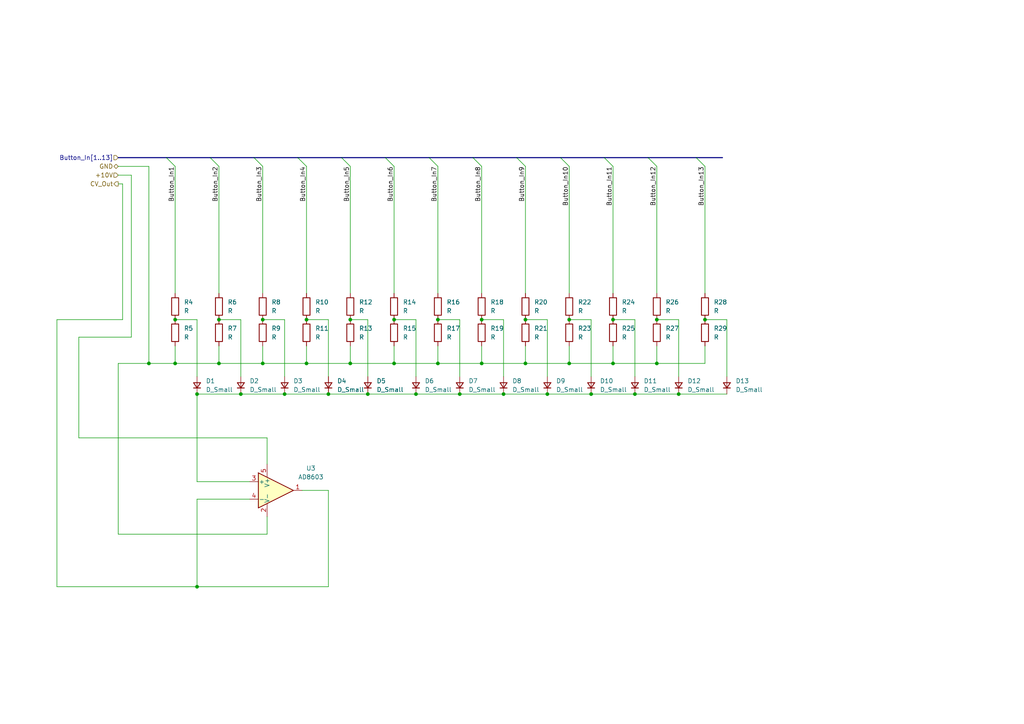
<source format=kicad_sch>
(kicad_sch (version 20250114) (generator "eeschema") (generator_version "9.0")
  (paper "A4")
  (lib_symbols
    (symbol "Amplifier_Operational:AD8603" (pin_names (offset 0.127))
      (property "Reference" "U" (at 0 5.08 0))
      (property "Value" "AD8603" (at 0 -5.08 0))
      (symbol "AD8603_0_1"
        (polyline (pts (xy -5.08 5.08) (xy 5.08 0) (xy -5.08 -5.08) (xy -5.08 5.08)) (stroke (width 0.254)) (fill (type background)))
        (pin power_in line (at -2.54 7.62 270) (length 3.81) (name "V+") (number "5"))
        (pin power_in line (at -2.54 -7.62 90) (length 3.81) (name "V-") (number "2"))
      )
      (symbol "AD8603_1_1"
        (pin input line (at -7.62 2.54 0) (length 2.54) (name "+") (number "3"))
        (pin input line (at -7.62 -2.54 0) (length 2.54) (name "-") (number "4"))
        (pin output line (at 7.62 0 180) (length 2.54) (name "~") (number "1"))
      )
    )
    (symbol "Device:D_Small" (pin_numbers (hide yes)) (pin_names (offset 0.254) (hide yes))
      (property "Reference" "D" (at -1.27 2.032 0))
      (property "Value" "D_Small" (at -3.81 -2.032 0))
      (symbol "D_Small_0_1"
        (polyline (pts (xy -0.762 0) (xy 0.762 0)))
        (polyline (pts (xy -0.762 -1.016) (xy -0.762 1.016)) (stroke (width 0.254)))
        (polyline (pts (xy 0.762 -1.016) (xy -0.762 0) (xy 0.762 1.016) (xy 0.762 -1.016)) (stroke (width 0.254)))
      )
      (symbol "D_Small_1_1"
        (pin passive line (at -2.54 0 0) (length 1.778) (name "K") (number "1"))
        (pin passive line (at 2.54 0 180) (length 1.778) (name "A") (number "2"))
      )
    )
    (symbol "Device:R" (pin_numbers (hide yes)) (pin_names (offset 0))
      (property "Reference" "R" (at 2.032 0 90))
      (property "Value" "R" (at 0 0 90))
      (symbol "R_0_1"
        (rectangle (start -1.016 -2.54) (end 1.016 2.54) (stroke (width 0.254)))
      )
      (symbol "R_1_1"
        (pin passive line (at 0 3.81 270) (length 1.27) (name "~") (number "1"))
        (pin passive line (at 0 -3.81 90) (length 1.27) (name "~") (number "2"))
      )
    )
  )
  (junction (at 158.75 114.3))
  (junction (at 146.05 114.3))
  (junction (at 57.15 170.18))
  (junction (at 69.85 114.3))
  (junction (at 190.5 105.41))
  (junction (at 43.18 105.41))
  (junction (at 76.2 92.71))
  (junction (at 139.7 105.41))
  (junction (at 139.7 92.71))
  (junction (at 120.65 114.3))
  (junction (at 82.55 114.3))
  (junction (at 204.47 92.71))
  (junction (at 50.8 105.41))
  (junction (at 63.5 105.41))
  (junction (at 88.9 105.41))
  (junction (at 101.6 92.71))
  (junction (at 184.15 114.3))
  (junction (at 88.9 92.71))
  (junction (at 165.1 92.71))
  (junction (at 106.68 114.3))
  (junction (at 95.25 114.3))
  (junction (at 133.35 114.3))
  (junction (at 101.6 105.41))
  (junction (at 114.3 105.41))
  (junction (at 165.1 105.41))
  (junction (at 57.15 114.3))
  (junction (at 196.85 114.3))
  (junction (at 177.8 92.71))
  (junction (at 114.3 92.71))
  (junction (at 63.5 92.71))
  (junction (at 152.4 92.71))
  (junction (at 171.45 114.3))
  (junction (at 152.4 105.41))
  (junction (at 50.8 92.71))
  (junction (at 177.8 105.41))
  (junction (at 127 105.41))
  (junction (at 76.2 105.41))
  (junction (at 190.5 92.71))
  (junction (at 127 92.71))
  (bus_entry (at 162.56 45.72) (size 2.54 2.54))
  (bus_entry (at 187.96 45.72) (size 2.54 2.54))
  (bus_entry (at 201.93 45.72) (size 2.54 2.54))
  (bus_entry (at 111.76 45.72) (size 2.54 2.54))
  (bus_entry (at 124.46 45.72) (size 2.54 2.54))
  (bus_entry (at 73.66 45.72) (size 2.54 2.54))
  (bus_entry (at 60.96 45.72) (size 2.54 2.54))
  (bus_entry (at 175.26 45.72) (size 2.54 2.54))
  (bus_entry (at 149.86 45.72) (size 2.54 2.54))
  (bus_entry (at 137.16 45.72) (size 2.54 2.54))
  (bus_entry (at 86.36 45.72) (size 2.54 2.54))
  (bus_entry (at 99.06 45.72) (size 2.54 2.54))
  (bus_entry (at 48.26 45.72) (size 2.54 2.54))
  (wire (pts (xy 190.5 105.41) (xy 204.47 105.41)))
  (wire (pts (xy 16.51 92.71) (xy 16.51 170.18)))
  (wire (pts (xy 120.65 109.22) (xy 120.65 92.71)))
  (wire (pts (xy 57.15 170.18) (xy 95.25 170.18)))
  (wire (pts (xy 88.9 105.41) (xy 101.6 105.41)))
  (wire (pts (xy 165.1 105.41) (xy 177.8 105.41)))
  (wire (pts (xy 146.05 92.71) (xy 139.7 92.71)))
  (wire (pts (xy 69.85 114.3) (xy 82.55 114.3)))
  (wire (pts (xy 196.85 92.71) (xy 190.5 92.71)))
  (wire (pts (xy 120.65 92.71) (xy 114.3 92.71)))
  (wire (pts (xy 69.85 109.22) (xy 69.85 92.71)))
  (wire (pts (xy 95.25 114.3) (xy 106.68 114.3)))
  (wire (pts (xy 35.56 53.34) (xy 35.56 92.71)))
  (wire (pts (xy 114.3 48.26) (xy 114.3 85.09)))
  (wire (pts (xy 139.7 48.26) (xy 139.7 85.09)))
  (wire (pts (xy 82.55 92.71) (xy 76.2 92.71)))
  (wire (pts (xy 204.47 100.33) (xy 204.47 105.41)))
  (wire (pts (xy 43.18 48.26) (xy 43.18 105.41)))
  (wire (pts (xy 204.47 48.26) (xy 204.47 85.09)))
  (bus (pts (xy 201.93 45.72) (xy 209.55 45.72)))
  (wire (pts (xy 63.5 100.33) (xy 63.5 105.41)))
  (wire (pts (xy 76.2 100.33) (xy 76.2 105.41)))
  (wire (pts (xy 114.3 100.33) (xy 114.3 105.41)))
  (wire (pts (xy 43.18 105.41) (xy 50.8 105.41)))
  (wire (pts (xy 184.15 92.71) (xy 177.8 92.71)))
  (wire (pts (xy 95.25 92.71) (xy 88.9 92.71)))
  (wire (pts (xy 177.8 48.26) (xy 177.8 85.09)))
  (wire (pts (xy 63.5 105.41) (xy 76.2 105.41)))
  (wire (pts (xy 184.15 114.3) (xy 196.85 114.3)))
  (wire (pts (xy 69.85 92.71) (xy 63.5 92.71)))
  (wire (pts (xy 127 48.26) (xy 127 85.09)))
  (wire (pts (xy 190.5 100.33) (xy 190.5 105.41)))
  (wire (pts (xy 171.45 109.22) (xy 171.45 92.71)))
  (wire (pts (xy 101.6 105.41) (xy 114.3 105.41)))
  (wire (pts (xy 50.8 105.41) (xy 63.5 105.41)))
  (bus (pts (xy 137.16 45.72) (xy 149.86 45.72)))
  (wire (pts (xy 152.4 105.41) (xy 165.1 105.41)))
  (wire (pts (xy 76.2 48.26) (xy 76.2 85.09)))
  (wire (pts (xy 139.7 100.33) (xy 139.7 105.41)))
  (wire (pts (xy 72.39 144.78) (xy 57.15 144.78)))
  (wire (pts (xy 158.75 92.71) (xy 152.4 92.71)))
  (wire (pts (xy 133.35 109.22) (xy 133.35 92.71)))
  (bus (pts (xy 111.76 45.72) (xy 124.46 45.72)))
  (wire (pts (xy 165.1 48.26) (xy 165.1 85.09)))
  (wire (pts (xy 16.51 170.18) (xy 57.15 170.18)))
  (wire (pts (xy 165.1 100.33) (xy 165.1 105.41)))
  (wire (pts (xy 133.35 114.3) (xy 146.05 114.3)))
  (wire (pts (xy 177.8 105.41) (xy 190.5 105.41)))
  (wire (pts (xy 184.15 92.71) (xy 184.15 109.22)))
  (wire (pts (xy 22.86 127) (xy 77.47 127)))
  (wire (pts (xy 88.9 100.33) (xy 88.9 105.41)))
  (wire (pts (xy 177.8 100.33) (xy 177.8 105.41)))
  (wire (pts (xy 95.25 109.22) (xy 95.25 92.71)))
  (wire (pts (xy 77.47 127) (xy 77.47 134.62)))
  (wire (pts (xy 76.2 105.41) (xy 88.9 105.41)))
  (wire (pts (xy 50.8 100.33) (xy 50.8 105.41)))
  (wire (pts (xy 106.68 92.71) (xy 101.6 92.71)))
  (wire (pts (xy 106.68 109.22) (xy 106.68 92.71)))
  (wire (pts (xy 34.29 154.94) (xy 34.29 105.41)))
  (bus (pts (xy 124.46 45.72) (xy 137.16 45.72)))
  (wire (pts (xy 34.29 53.34) (xy 35.56 53.34)))
  (wire (pts (xy 120.65 114.3) (xy 133.35 114.3)))
  (bus (pts (xy 60.96 45.72) (xy 73.66 45.72)))
  (bus (pts (xy 48.26 45.72) (xy 60.96 45.72)))
  (wire (pts (xy 146.05 114.3) (xy 158.75 114.3)))
  (wire (pts (xy 57.15 139.7) (xy 57.15 114.3)))
  (bus (pts (xy 99.06 45.72) (xy 111.76 45.72)))
  (wire (pts (xy 35.56 92.71) (xy 16.51 92.71)))
  (wire (pts (xy 152.4 100.33) (xy 152.4 105.41)))
  (wire (pts (xy 82.55 109.22) (xy 82.55 92.71)))
  (bus (pts (xy 34.29 45.72) (xy 48.26 45.72)))
  (bus (pts (xy 175.26 45.72) (xy 187.96 45.72)))
  (wire (pts (xy 210.82 92.71) (xy 210.82 109.22)))
  (wire (pts (xy 34.29 105.41) (xy 43.18 105.41)))
  (wire (pts (xy 57.15 92.71) (xy 57.15 109.22)))
  (wire (pts (xy 158.75 114.3) (xy 171.45 114.3)))
  (bus (pts (xy 149.86 45.72) (xy 162.56 45.72)))
  (wire (pts (xy 82.55 114.3) (xy 95.25 114.3)))
  (wire (pts (xy 101.6 48.26) (xy 101.6 85.09)))
  (wire (pts (xy 127 100.33) (xy 127 105.41)))
  (wire (pts (xy 77.47 149.86) (xy 77.47 154.94)))
  (wire (pts (xy 34.29 50.8) (xy 38.1 50.8)))
  (wire (pts (xy 38.1 97.79) (xy 22.86 97.79)))
  (wire (pts (xy 127 105.41) (xy 139.7 105.41)))
  (wire (pts (xy 101.6 100.33) (xy 101.6 105.41)))
  (wire (pts (xy 190.5 48.26) (xy 190.5 85.09)))
  (wire (pts (xy 57.15 144.78) (xy 57.15 170.18)))
  (wire (pts (xy 158.75 109.22) (xy 158.75 92.71)))
  (bus (pts (xy 187.96 45.72) (xy 201.93 45.72)))
  (bus (pts (xy 162.56 45.72) (xy 175.26 45.72)))
  (bus (pts (xy 86.36 45.72) (xy 99.06 45.72)))
  (wire (pts (xy 63.5 48.26) (xy 63.5 85.09)))
  (wire (pts (xy 152.4 48.26) (xy 152.4 85.09)))
  (wire (pts (xy 50.8 48.26) (xy 50.8 85.09)))
  (wire (pts (xy 114.3 105.41) (xy 127 105.41)))
  (wire (pts (xy 50.8 92.71) (xy 57.15 92.71)))
  (wire (pts (xy 95.25 142.24) (xy 87.63 142.24)))
  (wire (pts (xy 34.29 48.26) (xy 43.18 48.26)))
  (wire (pts (xy 57.15 114.3) (xy 69.85 114.3)))
  (wire (pts (xy 171.45 114.3) (xy 184.15 114.3)))
  (wire (pts (xy 106.68 114.3) (xy 120.65 114.3)))
  (wire (pts (xy 34.29 154.94) (xy 77.47 154.94)))
  (wire (pts (xy 133.35 92.71) (xy 127 92.71)))
  (bus (pts (xy 73.66 45.72) (xy 86.36 45.72)))
  (wire (pts (xy 22.86 97.79) (xy 22.86 127)))
  (wire (pts (xy 196.85 114.3) (xy 210.82 114.3)))
  (wire (pts (xy 88.9 48.26) (xy 88.9 85.09)))
  (wire (pts (xy 196.85 92.71) (xy 196.85 109.22)))
  (wire (pts (xy 139.7 105.41) (xy 152.4 105.41)))
  (wire (pts (xy 38.1 50.8) (xy 38.1 97.79)))
  (wire (pts (xy 210.82 92.71) (xy 204.47 92.71)))
  (wire (pts (xy 72.39 139.7) (xy 57.15 139.7)))
  (wire (pts (xy 95.25 170.18) (xy 95.25 142.24)))
  (wire (pts (xy 171.45 92.71) (xy 165.1 92.71)))
  (wire (pts (xy 146.05 109.22) (xy 146.05 92.71)))
  (label "Button_In1" (at 50.8 48.26 270))
  (label "Button_In5" (at 101.6 48.26 270))
  (label "Button_In2" (at 63.5 48.26 270))
  (label "Button_In10" (at 165.1 48.26 270))
  (label "Button_In7" (at 127 48.26 270))
  (label "Button_In12" (at 190.5 48.26 270))
  (label "Button_In11" (at 177.8 48.26 270))
  (label "Button_In6" (at 114.3 48.26 270))
  (label "Button_In13" (at 204.47 48.26 270))
  (label "Button_In4" (at 88.9 48.26 270))
  (label "Button_In8" (at 139.7 48.26 270))
  (label "Button_In3" (at 76.2 48.26 270))
  (label "Button_In9" (at 152.4 48.26 270))
  (hierarchical_label "CV_Out" (shape output) (at 34.29 53.34 180))
  (hierarchical_label "Button_In[1..13]" (shape input) (at 34.29 45.72 180))
  (hierarchical_label "GND" (shape bidirectional) (at 34.29 48.26 180))
  (hierarchical_label "+10V" (shape input) (at 34.29 50.8 180))
  (symbol (lib_id "Device:D_Small") (at 210.82 111.76 90) (unit 1)
    (property "Reference" "D13" (at 213.36 110.4899 90) (effects (justify right)))
    (property "Value" "D_Small" (at 213.36 113.0299 90) (effects (justify right)))
    (property "Footprint" "Diode_SMD:D_0805_2012Metric_Pad1.15x1.40mm_HandSolder" (effects (hide yes)))
    (property "Description" "Diode, small symbol" (effects (hide yes)))
    (property "Sim.Device" "D" (effects (hide yes)))
    (property "Sim.Pins" "1=K 2=A" (effects (hide yes)))
  )
  (symbol (lib_id "Amplifier_Operational:AD8603") (at 80.01 142.24 0) (unit 1)
    (property "Reference" "U3" (at 90.17 135.8198 0))
    (property "Value" "AD8603" (at 90.17 138.3598 0))
    (property "Footprint" "Package_TO_SOT_SMD:TSOT-23-5" (effects (hide yes)))
    (property "Datasheet" "https://www.analog.com/media/en/technical-documentation/data-sheets/AD8603_8607_8609.pdf" (effects (hide yes)))
    (property "Description" "Precision Micropower, Low Noise CMOS, Rail-to-Rail Input/Output Operational Amplifier, TSOT-23-5" (effects (hide yes)))
  )
  (symbol (lib_id "Device:D_Small") (at 57.15 111.76 90) (unit 1)
    (property "Reference" "D1" (at 59.69 110.4899 90) (effects (justify right)))
    (property "Value" "D_Small" (at 59.69 113.0299 90) (effects (justify right)))
    (property "Footprint" "Diode_SMD:D_0805_2012Metric_Pad1.15x1.40mm_HandSolder" (effects (hide yes)))
    (property "Description" "Diode, small symbol" (effects (hide yes)))
    (property "Sim.Device" "D" (effects (hide yes)))
    (property "Sim.Pins" "1=K 2=A" (effects (hide yes)))
  )
  (symbol (lib_id "Device:R") (at 114.3 88.9 0) (unit 1)
    (property "Reference" "R14" (at 116.84 87.6299 0) (effects (justify left)))
    (property "Value" "R" (at 116.84 90.1699 0) (effects (justify left)))
    (property "Footprint" "Resistor_SMD:R_0805_2012Metric_Pad1.20x1.40mm_HandSolder" (effects (hide yes)))
    (property "Description" "Resistor" (effects (hide yes)))
  )
  (symbol (lib_id "Device:R") (at 63.5 88.9 0) (unit 1)
    (property "Reference" "R6" (at 66.04 87.6299 0) (effects (justify left)))
    (property "Value" "R" (at 66.04 90.1699 0) (effects (justify left)))
    (property "Footprint" "Resistor_SMD:R_0805_2012Metric_Pad1.20x1.40mm_HandSolder" (effects (hide yes)))
    (property "Description" "Resistor" (effects (hide yes)))
  )
  (symbol (lib_id "Device:R") (at 63.5 96.52 0) (unit 1)
    (property "Reference" "R7" (at 66.04 95.2499 0) (effects (justify left)))
    (property "Value" "R" (at 66.04 97.7899 0) (effects (justify left)))
    (property "Footprint" "Resistor_SMD:R_0805_2012Metric_Pad1.20x1.40mm_HandSolder" (effects (hide yes)))
    (property "Description" "Resistor" (effects (hide yes)))
  )
  (symbol (lib_id "Device:D_Small") (at 158.75 111.76 90) (unit 1)
    (property "Reference" "D9" (at 161.29 110.4899 90) (effects (justify right)))
    (property "Value" "D_Small" (at 161.29 113.0299 90) (effects (justify right)))
    (property "Footprint" "Diode_SMD:D_0805_2012Metric_Pad1.15x1.40mm_HandSolder" (effects (hide yes)))
    (property "Description" "Diode, small symbol" (effects (hide yes)))
    (property "Sim.Device" "D" (effects (hide yes)))
    (property "Sim.Pins" "1=K 2=A" (effects (hide yes)))
  )
  (symbol (lib_id "Device:R") (at 152.4 96.52 0) (unit 1)
    (property "Reference" "R21" (at 154.94 95.2499 0) (effects (justify left)))
    (property "Value" "R" (at 154.94 97.7899 0) (effects (justify left)))
    (property "Footprint" "Resistor_SMD:R_0805_2012Metric_Pad1.20x1.40mm_HandSolder" (effects (hide yes)))
    (property "Description" "Resistor" (effects (hide yes)))
  )
  (symbol (lib_id "Device:D_Small") (at 69.85 111.76 90) (unit 1)
    (property "Reference" "D2" (at 72.39 110.4899 90) (effects (justify right)))
    (property "Value" "D_Small" (at 72.39 113.0299 90) (effects (justify right)))
    (property "Footprint" "Diode_SMD:D_0805_2012Metric_Pad1.15x1.40mm_HandSolder" (effects (hide yes)))
    (property "Description" "Diode, small symbol" (effects (hide yes)))
    (property "Sim.Device" "D" (effects (hide yes)))
    (property "Sim.Pins" "1=K 2=A" (effects (hide yes)))
  )
  (symbol (lib_id "Device:R") (at 190.5 96.52 0) (unit 1)
    (property "Reference" "R27" (at 193.04 95.2499 0) (effects (justify left)))
    (property "Value" "R" (at 193.04 97.7899 0) (effects (justify left)))
    (property "Footprint" "Resistor_SMD:R_0805_2012Metric_Pad1.20x1.40mm_HandSolder" (effects (hide yes)))
    (property "Description" "Resistor" (effects (hide yes)))
  )
  (symbol (lib_id "Device:R") (at 88.9 96.52 0) (unit 1)
    (property "Reference" "R11" (at 91.44 95.2499 0) (effects (justify left)))
    (property "Value" "R" (at 91.44 97.7899 0) (effects (justify left)))
    (property "Footprint" "Resistor_SMD:R_0805_2012Metric_Pad1.20x1.40mm_HandSolder" (effects (hide yes)))
    (property "Description" "Resistor" (effects (hide yes)))
  )
  (symbol (lib_id "Device:D_Small") (at 106.68 111.76 90) (unit 1)
    (property "Reference" "D5" (at 109.22 110.4899 90) (effects (justify right)))
    (property "Value" "D_Small" (at 109.22 113.0299 90) (effects (justify right)))
    (property "Footprint" "Diode_SMD:D_0805_2012Metric_Pad1.15x1.40mm_HandSolder" (effects (hide yes)))
    (property "Description" "Diode, small symbol" (effects (hide yes)))
    (property "Sim.Device" "D" (effects (hide yes)))
    (property "Sim.Pins" "1=K 2=A" (effects (hide yes)))
  )
  (symbol (lib_id "Device:R") (at 165.1 88.9 0) (unit 1)
    (property "Reference" "R22" (at 167.64 87.6299 0) (effects (justify left)))
    (property "Value" "R" (at 167.64 90.1699 0) (effects (justify left)))
    (property "Footprint" "Resistor_SMD:R_0805_2012Metric_Pad1.20x1.40mm_HandSolder" (effects (hide yes)))
    (property "Description" "Resistor" (effects (hide yes)))
  )
  (symbol (lib_id "Device:D_Small") (at 82.55 111.76 90) (unit 1)
    (property "Reference" "D3" (at 85.09 110.4899 90) (effects (justify right)))
    (property "Value" "D_Small" (at 85.09 113.0299 90) (effects (justify right)))
    (property "Footprint" "Diode_SMD:D_0805_2012Metric_Pad1.15x1.40mm_HandSolder" (effects (hide yes)))
    (property "Description" "Diode, small symbol" (effects (hide yes)))
    (property "Sim.Device" "D" (effects (hide yes)))
    (property "Sim.Pins" "1=K 2=A" (effects (hide yes)))
  )
  (symbol (lib_id "Device:D_Small") (at 184.15 111.76 90) (unit 1)
    (property "Reference" "D11" (at 186.69 110.4899 90) (effects (justify right)))
    (property "Value" "D_Small" (at 186.69 113.0299 90) (effects (justify right)))
    (property "Footprint" "Diode_SMD:D_0805_2012Metric_Pad1.15x1.40mm_HandSolder" (effects (hide yes)))
    (property "Description" "Diode, small symbol" (effects (hide yes)))
    (property "Sim.Device" "D" (effects (hide yes)))
    (property "Sim.Pins" "1=K 2=A" (effects (hide yes)))
  )
  (symbol (lib_id "Device:R") (at 76.2 88.9 0) (unit 1)
    (property "Reference" "R8" (at 78.74 87.6299 0) (effects (justify left)))
    (property "Value" "R" (at 78.74 90.1699 0) (effects (justify left)))
    (property "Footprint" "Resistor_SMD:R_0805_2012Metric_Pad1.20x1.40mm_HandSolder" (effects (hide yes)))
    (property "Description" "Resistor" (effects (hide yes)))
  )
  (symbol (lib_id "Device:R") (at 76.2 96.52 0) (unit 1)
    (property "Reference" "R9" (at 78.74 95.2499 0) (effects (justify left)))
    (property "Value" "R" (at 78.74 97.7899 0) (effects (justify left)))
    (property "Footprint" "Resistor_SMD:R_0805_2012Metric_Pad1.20x1.40mm_HandSolder" (effects (hide yes)))
    (property "Description" "Resistor" (effects (hide yes)))
  )
  (symbol (lib_id "Device:R") (at 204.47 88.9 0) (unit 1)
    (property "Reference" "R28" (at 207.01 87.6299 0) (effects (justify left)))
    (property "Value" "R" (at 207.01 90.1699 0) (effects (justify left)))
    (property "Footprint" "Resistor_SMD:R_0805_2012Metric_Pad1.20x1.40mm_HandSolder" (effects (hide yes)))
    (property "Description" "Resistor" (effects (hide yes)))
  )
  (symbol (lib_id "Device:R") (at 88.9 88.9 0) (unit 1)
    (property "Reference" "R10" (at 91.44 87.6299 0) (effects (justify left)))
    (property "Value" "R" (at 91.44 90.1699 0) (effects (justify left)))
    (property "Footprint" "Resistor_SMD:R_0805_2012Metric_Pad1.20x1.40mm_HandSolder" (effects (hide yes)))
    (property "Description" "Resistor" (effects (hide yes)))
  )
  (symbol (lib_id "Device:R") (at 177.8 96.52 0) (unit 1)
    (property "Reference" "R25" (at 180.34 95.2499 0) (effects (justify left)))
    (property "Value" "R" (at 180.34 97.7899 0) (effects (justify left)))
    (property "Footprint" "Resistor_SMD:R_0805_2012Metric_Pad1.20x1.40mm_HandSolder" (effects (hide yes)))
    (property "Description" "Resistor" (effects (hide yes)))
  )
  (symbol (lib_id "Device:D_Small") (at 171.45 111.76 90) (unit 1)
    (property "Reference" "D10" (at 173.99 110.4899 90) (effects (justify right)))
    (property "Value" "D_Small" (at 173.99 113.0299 90) (effects (justify right)))
    (property "Footprint" "Diode_SMD:D_0805_2012Metric_Pad1.15x1.40mm_HandSolder" (effects (hide yes)))
    (property "Description" "Diode, small symbol" (effects (hide yes)))
    (property "Sim.Device" "D" (effects (hide yes)))
    (property "Sim.Pins" "1=K 2=A" (effects (hide yes)))
  )
  (symbol (lib_id "Device:D_Small") (at 196.85 111.76 90) (unit 1)
    (property "Reference" "D12" (at 199.39 110.4899 90) (effects (justify right)))
    (property "Value" "D_Small" (at 199.39 113.0299 90) (effects (justify right)))
    (property "Footprint" "Diode_SMD:D_0805_2012Metric_Pad1.15x1.40mm_HandSolder" (effects (hide yes)))
    (property "Description" "Diode, small symbol" (effects (hide yes)))
    (property "Sim.Device" "D" (effects (hide yes)))
    (property "Sim.Pins" "1=K 2=A" (effects (hide yes)))
  )
  (symbol (lib_id "Device:D_Small") (at 146.05 111.76 90) (unit 1)
    (property "Reference" "D8" (at 148.59 110.4899 90) (effects (justify right)))
    (property "Value" "D_Small" (at 148.59 113.0299 90) (effects (justify right)))
    (property "Footprint" "Diode_SMD:D_0805_2012Metric_Pad1.15x1.40mm_HandSolder" (effects (hide yes)))
    (property "Description" "Diode, small symbol" (effects (hide yes)))
    (property "Sim.Device" "D" (effects (hide yes)))
    (property "Sim.Pins" "1=K 2=A" (effects (hide yes)))
  )
  (symbol (lib_id "Device:R") (at 101.6 96.52 0) (unit 1)
    (property "Reference" "R13" (at 104.14 95.2499 0) (effects (justify left)))
    (property "Value" "R" (at 104.14 97.7899 0) (effects (justify left)))
    (property "Footprint" "Resistor_SMD:R_0805_2012Metric_Pad1.20x1.40mm_HandSolder" (effects (hide yes)))
    (property "Description" "Resistor" (effects (hide yes)))
  )
  (symbol (lib_id "Device:R") (at 177.8 88.9 0) (unit 1)
    (property "Reference" "R24" (at 180.34 87.6299 0) (effects (justify left)))
    (property "Value" "R" (at 180.34 90.1699 0) (effects (justify left)))
    (property "Footprint" "Resistor_SMD:R_0805_2012Metric_Pad1.20x1.40mm_HandSolder" (effects (hide yes)))
    (property "Description" "Resistor" (effects (hide yes)))
  )
  (symbol (lib_id "Device:R") (at 152.4 88.9 0) (unit 1)
    (property "Reference" "R20" (at 154.94 87.6299 0) (effects (justify left)))
    (property "Value" "R" (at 154.94 90.1699 0) (effects (justify left)))
    (property "Footprint" "Resistor_SMD:R_0805_2012Metric_Pad1.20x1.40mm_HandSolder" (effects (hide yes)))
    (property "Description" "Resistor" (effects (hide yes)))
  )
  (symbol (lib_id "Device:R") (at 139.7 96.52 0) (unit 1)
    (property "Reference" "R19" (at 142.24 95.2499 0) (effects (justify left)))
    (property "Value" "R" (at 142.24 97.7899 0) (effects (justify left)))
    (property "Footprint" "Resistor_SMD:R_0805_2012Metric_Pad1.20x1.40mm_HandSolder" (effects (hide yes)))
    (property "Description" "Resistor" (effects (hide yes)))
  )
  (symbol (lib_id "Device:R") (at 204.47 96.52 0) (unit 1)
    (property "Reference" "R29" (at 207.01 95.2499 0) (effects (justify left)))
    (property "Value" "R" (at 207.01 97.7899 0) (effects (justify left)))
    (property "Footprint" "Resistor_SMD:R_0805_2012Metric_Pad1.20x1.40mm_HandSolder" (effects (hide yes)))
    (property "Description" "Resistor" (effects (hide yes)))
  )
  (symbol (lib_id "Device:D_Small") (at 120.65 111.76 90) (unit 1)
    (property "Reference" "D6" (at 123.19 110.4899 90) (effects (justify right)))
    (property "Value" "D_Small" (at 123.19 113.0299 90) (effects (justify right)))
    (property "Footprint" "Diode_SMD:D_0805_2012Metric_Pad1.15x1.40mm_HandSolder" (effects (hide yes)))
    (property "Description" "Diode, small symbol" (effects (hide yes)))
    (property "Sim.Device" "D" (effects (hide yes)))
    (property "Sim.Pins" "1=K 2=A" (effects (hide yes)))
  )
  (symbol (lib_id "Device:R") (at 114.3 96.52 0) (unit 1)
    (property "Reference" "R15" (at 116.84 95.2499 0) (effects (justify left)))
    (property "Value" "R" (at 116.84 97.7899 0) (effects (justify left)))
    (property "Footprint" "Resistor_SMD:R_0805_2012Metric_Pad1.20x1.40mm_HandSolder" (effects (hide yes)))
    (property "Description" "Resistor" (effects (hide yes)))
  )
  (symbol (lib_id "Device:R") (at 50.8 88.9 0) (unit 1)
    (property "Reference" "R4" (at 53.34 87.6299 0) (effects (justify left)))
    (property "Value" "R" (at 53.34 90.1699 0) (effects (justify left)))
    (property "Footprint" "Resistor_SMD:R_0805_2012Metric_Pad1.20x1.40mm_HandSolder" (effects (hide yes)))
    (property "Description" "Resistor" (effects (hide yes)))
  )
  (symbol (lib_id "Device:R") (at 101.6 88.9 0) (unit 1)
    (property "Reference" "R12" (at 104.14 87.6299 0) (effects (justify left)))
    (property "Value" "R" (at 104.14 90.1699 0) (effects (justify left)))
    (property "Footprint" "Resistor_SMD:R_0805_2012Metric_Pad1.20x1.40mm_HandSolder" (effects (hide yes)))
    (property "Description" "Resistor" (effects (hide yes)))
  )
  (symbol (lib_id "Device:R") (at 165.1 96.52 0) (unit 1)
    (property "Reference" "R23" (at 167.64 95.2499 0) (effects (justify left)))
    (property "Value" "R" (at 167.64 97.7899 0) (effects (justify left)))
    (property "Footprint" "Resistor_SMD:R_0805_2012Metric_Pad1.20x1.40mm_HandSolder" (effects (hide yes)))
    (property "Description" "Resistor" (effects (hide yes)))
  )
  (symbol (lib_id "Device:R") (at 190.5 88.9 0) (unit 1)
    (property "Reference" "R26" (at 193.04 87.6299 0) (effects (justify left)))
    (property "Value" "R" (at 193.04 90.1699 0) (effects (justify left)))
    (property "Footprint" "Resistor_SMD:R_0805_2012Metric_Pad1.20x1.40mm_HandSolder" (effects (hide yes)))
    (property "Description" "Resistor" (effects (hide yes)))
  )
  (symbol (lib_id "Device:R") (at 139.7 88.9 0) (unit 1)
    (property "Reference" "R18" (at 142.24 87.6299 0) (effects (justify left)))
    (property "Value" "R" (at 142.24 90.1699 0) (effects (justify left)))
    (property "Footprint" "Resistor_SMD:R_0805_2012Metric_Pad1.20x1.40mm_HandSolder" (effects (hide yes)))
    (property "Description" "Resistor" (effects (hide yes)))
  )
  (symbol (lib_id "Device:R") (at 127 88.9 0) (unit 1)
    (property "Reference" "R16" (at 129.54 87.6299 0) (effects (justify left)))
    (property "Value" "R" (at 129.54 90.1699 0) (effects (justify left)))
    (property "Footprint" "Resistor_SMD:R_0805_2012Metric_Pad1.20x1.40mm_HandSolder" (effects (hide yes)))
    (property "Description" "Resistor" (effects (hide yes)))
  )
  (symbol (lib_id "Device:D_Small") (at 95.25 111.76 90) (unit 1)
    (property "Reference" "D4" (at 97.79 110.4899 90) (effects (justify right)))
    (property "Value" "D_Small" (at 97.79 113.0299 90) (effects (justify right)))
    (property "Footprint" "Diode_SMD:D_0805_2012Metric_Pad1.15x1.40mm_HandSolder" (effects (hide yes)))
    (property "Description" "Diode, small symbol" (effects (hide yes)))
    (property "Sim.Device" "D" (effects (hide yes)))
    (property "Sim.Pins" "1=K 2=A" (effects (hide yes)))
  )
  (symbol (lib_id "Device:R") (at 50.8 96.52 0) (unit 1)
    (property "Reference" "R5" (at 53.34 95.2499 0) (effects (justify left)))
    (property "Value" "R" (at 53.34 97.7899 0) (effects (justify left)))
    (property "Footprint" "Resistor_SMD:R_0805_2012Metric_Pad1.20x1.40mm_HandSolder" (effects (hide yes)))
    (property "Description" "Resistor" (effects (hide yes)))
  )
  (symbol (lib_id "Device:R") (at 127 96.52 0) (unit 1)
    (property "Reference" "R17" (at 129.54 95.2499 0) (effects (justify left)))
    (property "Value" "R" (at 129.54 97.7899 0) (effects (justify left)))
    (property "Footprint" "Resistor_SMD:R_0805_2012Metric_Pad1.20x1.40mm_HandSolder" (effects (hide yes)))
    (property "Description" "Resistor" (effects (hide yes)))
  )
  (symbol (lib_id "Device:D_Small") (at 133.35 111.76 90) (unit 1)
    (property "Reference" "D7" (at 135.89 110.4899 90) (effects (justify right)))
    (property "Value" "D_Small" (at 135.89 113.0299 90) (effects (justify right)))
    (property "Footprint" "Diode_SMD:D_0805_2012Metric_Pad1.15x1.40mm_HandSolder" (effects (hide yes)))
    (property "Description" "Diode, small symbol" (effects (hide yes)))
    (property "Sim.Device" "D" (effects (hide yes)))
    (property "Sim.Pins" "1=K 2=A" (effects (hide yes)))
  )
)
</source>
